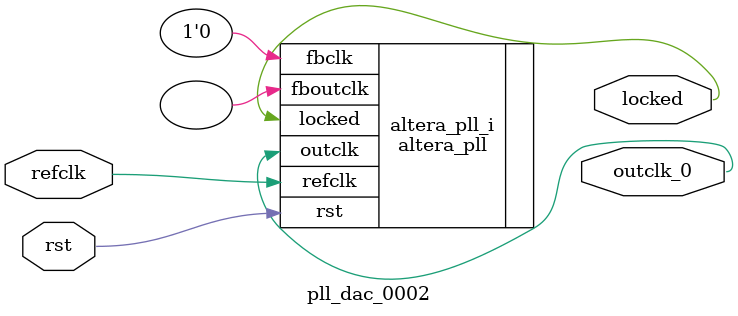
<source format=v>
`timescale 1ns/10ps
module  pll_dac_0002(

	// interface 'refclk'
	input wire refclk,

	// interface 'reset'
	input wire rst,

	// interface 'outclk0'
	output wire outclk_0,

	// interface 'locked'
	output wire locked
);

	altera_pll #(
		.fractional_vco_multiplier("false"),
		.reference_clock_frequency("50.0 MHz"),
		.operation_mode("direct"),
		.number_of_clocks(1),
		.output_clock_frequency0("100.000000 MHz"),
		.phase_shift0("0 ps"),
		.duty_cycle0(50),
		.output_clock_frequency1("0 MHz"),
		.phase_shift1("0 ps"),
		.duty_cycle1(50),
		.output_clock_frequency2("0 MHz"),
		.phase_shift2("0 ps"),
		.duty_cycle2(50),
		.output_clock_frequency3("0 MHz"),
		.phase_shift3("0 ps"),
		.duty_cycle3(50),
		.output_clock_frequency4("0 MHz"),
		.phase_shift4("0 ps"),
		.duty_cycle4(50),
		.output_clock_frequency5("0 MHz"),
		.phase_shift5("0 ps"),
		.duty_cycle5(50),
		.output_clock_frequency6("0 MHz"),
		.phase_shift6("0 ps"),
		.duty_cycle6(50),
		.output_clock_frequency7("0 MHz"),
		.phase_shift7("0 ps"),
		.duty_cycle7(50),
		.output_clock_frequency8("0 MHz"),
		.phase_shift8("0 ps"),
		.duty_cycle8(50),
		.output_clock_frequency9("0 MHz"),
		.phase_shift9("0 ps"),
		.duty_cycle9(50),
		.output_clock_frequency10("0 MHz"),
		.phase_shift10("0 ps"),
		.duty_cycle10(50),
		.output_clock_frequency11("0 MHz"),
		.phase_shift11("0 ps"),
		.duty_cycle11(50),
		.output_clock_frequency12("0 MHz"),
		.phase_shift12("0 ps"),
		.duty_cycle12(50),
		.output_clock_frequency13("0 MHz"),
		.phase_shift13("0 ps"),
		.duty_cycle13(50),
		.output_clock_frequency14("0 MHz"),
		.phase_shift14("0 ps"),
		.duty_cycle14(50),
		.output_clock_frequency15("0 MHz"),
		.phase_shift15("0 ps"),
		.duty_cycle15(50),
		.output_clock_frequency16("0 MHz"),
		.phase_shift16("0 ps"),
		.duty_cycle16(50),
		.output_clock_frequency17("0 MHz"),
		.phase_shift17("0 ps"),
		.duty_cycle17(50),
		.pll_type("General"),
		.pll_subtype("General")
	) altera_pll_i (
		.rst	(rst),
		.outclk	({outclk_0}),
		.locked	(locked),
		.fboutclk	( ),
		.fbclk	(1'b0),
		.refclk	(refclk)
	);
endmodule


</source>
